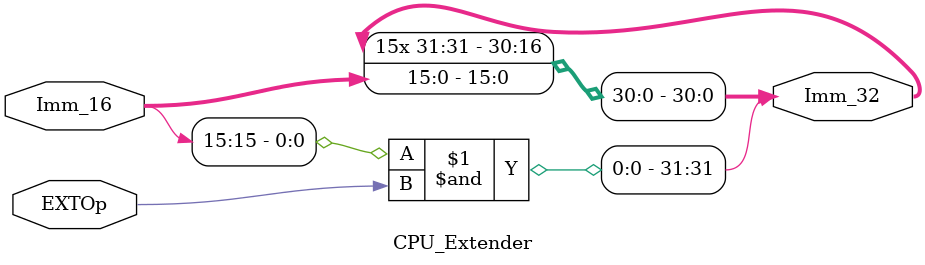
<source format=v>
/*单周期处理器 符号扩展单元*/
module CPU_Extender(EXTOp,Imm_16,Imm_32);
  input [15:0] Imm_16;
  input EXTOp;	//控制信号
  output [31:0] Imm_32;
  //当EXTOp=1时 有符号扩展，高16位全为原16位的最高位
  //当EXTOp=0时 无符号扩展，高16位全为0
  assign Imm_32={{16{Imm_16[15]&EXTOp}},Imm_16};
endmodule

</source>
